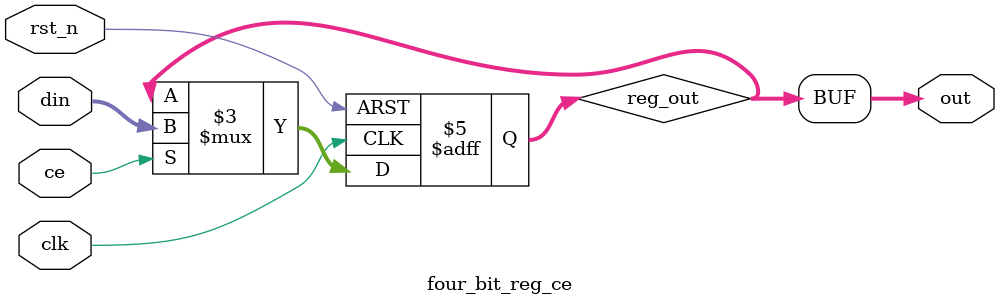
<source format=v>
module four_bit_reg_ce (
    input wire clk,
    input wire rst_n,
    input wire ce,
    input wire [3:0] din,
    output wire [3:0] out
);

    reg [3:0] reg_out;

    always @(posedge clk or negedge rst_n) begin
        if (!rst_n) begin
            reg_out <= 4'b0000;
        end else if (ce) begin
            reg_out <= din;
        end
    end

    assign out = reg_out;

endmodule
</source>
